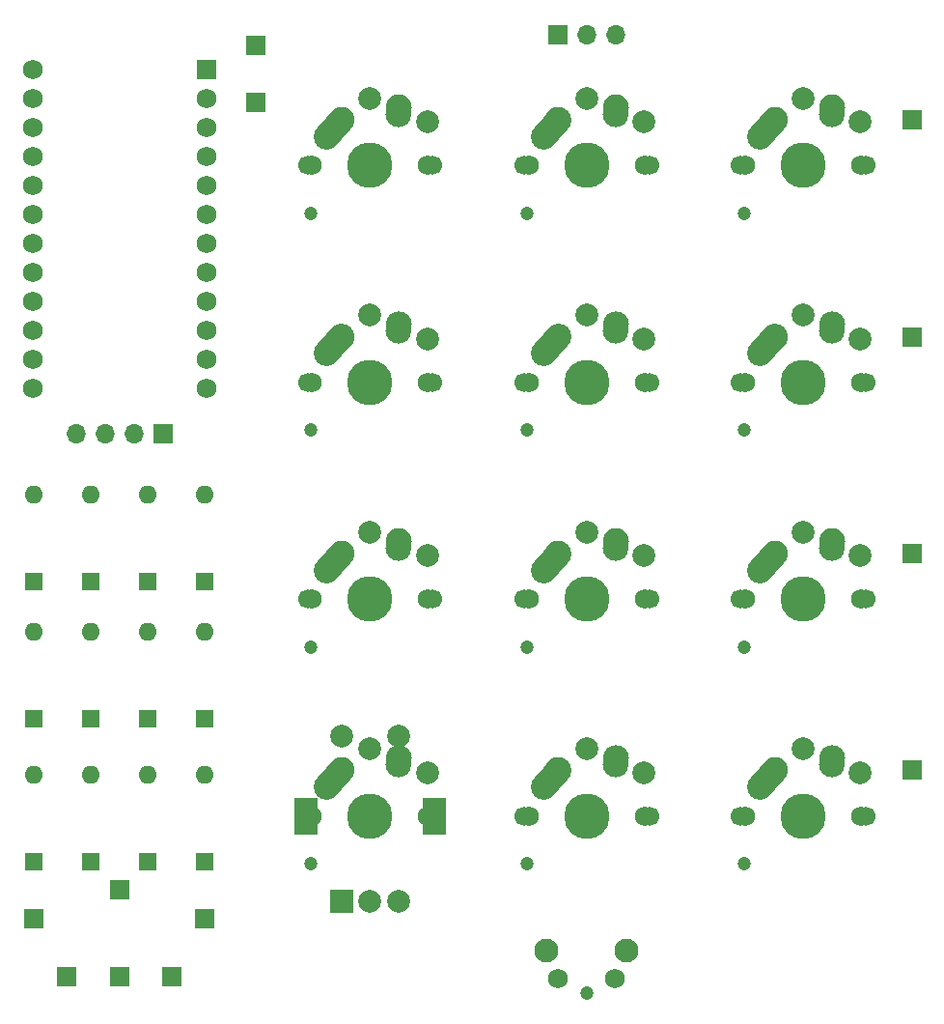
<source format=gbr>
%TF.GenerationSoftware,KiCad,Pcbnew,(6.0.10-0)*%
%TF.CreationDate,2023-01-20T12:37:15+00:00*%
%TF.ProjectId,fauxmac-plus,66617578-6d61-4632-9d70-6c75732e6b69,rev?*%
%TF.SameCoordinates,Original*%
%TF.FileFunction,Soldermask,Top*%
%TF.FilePolarity,Negative*%
%FSLAX46Y46*%
G04 Gerber Fmt 4.6, Leading zero omitted, Abs format (unit mm)*
G04 Created by KiCad (PCBNEW (6.0.10-0)) date 2023-01-20 12:37:15*
%MOMM*%
%LPD*%
G01*
G04 APERTURE LIST*
G04 Aperture macros list*
%AMHorizOval*
0 Thick line with rounded ends*
0 $1 width*
0 $2 $3 position (X,Y) of the first rounded end (center of the circle)*
0 $4 $5 position (X,Y) of the second rounded end (center of the circle)*
0 Add line between two ends*
20,1,$1,$2,$3,$4,$5,0*
0 Add two circle primitives to create the rounded ends*
1,1,$1,$2,$3*
1,1,$1,$4,$5*%
G04 Aperture macros list end*
%ADD10R,1.700000X1.700000*%
%ADD11R,1.600000X1.600000*%
%ADD12O,1.600000X1.600000*%
%ADD13R,2.000000X3.200000*%
%ADD14R,2.000000X2.000000*%
%ADD15C,2.000000*%
%ADD16C,1.700000*%
%ADD17C,1.750000*%
%ADD18C,3.987800*%
%ADD19C,1.200000*%
%ADD20C,2.250000*%
%ADD21HorizOval,2.250000X0.019771X0.290016X-0.019771X-0.290016X0*%
%ADD22HorizOval,2.250000X0.654995X0.730004X-0.654995X-0.730004X0*%
%ADD23O,1.700000X1.700000*%
%ADD24C,2.100000*%
%ADD25R,1.752600X1.752600*%
%ADD26C,1.752600*%
G04 APERTURE END LIST*
D10*
%TO.C,batt-*%
X149500000Y-35000000D03*
%TD*%
%TO.C,batt+*%
X149500000Y-30000000D03*
%TD*%
%TO.C,col0*%
X130000000Y-106500000D03*
%TD*%
%TO.C,col1*%
X137500000Y-104000000D03*
%TD*%
%TO.C,col2*%
X145000000Y-106500000D03*
%TD*%
D11*
%TO.C,D1*%
X130000000Y-77000000D03*
D12*
X130000000Y-69380000D03*
%TD*%
D11*
%TO.C,D3*%
X140000000Y-77000000D03*
D12*
X140000000Y-69380000D03*
%TD*%
D11*
%TO.C,D5*%
X130000000Y-89000000D03*
D12*
X130000000Y-81380000D03*
%TD*%
D11*
%TO.C,D6*%
X135000000Y-89000000D03*
D12*
X135000000Y-81380000D03*
%TD*%
D11*
%TO.C,D7*%
X140000000Y-89000000D03*
D12*
X140000000Y-81380000D03*
%TD*%
D11*
%TO.C,D8*%
X145000000Y-89000000D03*
D12*
X145000000Y-81380000D03*
%TD*%
D11*
%TO.C,D9*%
X130000000Y-101500000D03*
D12*
X130000000Y-93880000D03*
%TD*%
D11*
%TO.C,D10*%
X135000000Y-101500000D03*
D12*
X135000000Y-93880000D03*
%TD*%
D11*
%TO.C,D12*%
X145000000Y-101500000D03*
D12*
X145000000Y-93880000D03*
%TD*%
D13*
%TO.C,enc1*%
X153900000Y-97500000D03*
X165100000Y-97500000D03*
D14*
X157000000Y-105000000D03*
D15*
X162000000Y-105000000D03*
X159500000Y-105000000D03*
X162000000Y-90500000D03*
X157000000Y-90500000D03*
%TD*%
D16*
%TO.C,K1*%
X154000000Y-40500000D03*
D17*
X164580000Y-40500000D03*
D16*
X165000000Y-40500000D03*
D18*
X159500000Y-40500000D03*
D19*
X154280000Y-44700000D03*
D17*
X154420000Y-40500000D03*
D15*
X164500000Y-36700000D03*
D20*
X162040000Y-35420000D03*
D21*
X162019771Y-35709984D03*
D20*
X157000000Y-36500000D03*
D15*
X159500000Y-34600000D03*
D22*
X156344995Y-37229996D03*
%TD*%
D17*
%TO.C,K2*%
X183580000Y-40500000D03*
D16*
X173000000Y-40500000D03*
D18*
X178500000Y-40500000D03*
D19*
X173280000Y-44700000D03*
D17*
X173420000Y-40500000D03*
D16*
X184000000Y-40500000D03*
D21*
X181019771Y-35709984D03*
D15*
X183500000Y-36700000D03*
D20*
X181040000Y-35420000D03*
X176000000Y-36500000D03*
D15*
X178500000Y-34600000D03*
D22*
X175344995Y-37229996D03*
%TD*%
D19*
%TO.C,K3*%
X192280000Y-44700000D03*
D16*
X203000000Y-40500000D03*
D17*
X192420000Y-40500000D03*
D16*
X192000000Y-40500000D03*
D18*
X197500000Y-40500000D03*
D17*
X202580000Y-40500000D03*
D21*
X200019771Y-35709984D03*
D15*
X202500000Y-36700000D03*
D20*
X200040000Y-35420000D03*
D22*
X194344995Y-37229996D03*
D15*
X197500000Y-34600000D03*
D20*
X195000000Y-36500000D03*
%TD*%
D18*
%TO.C,K4*%
X159500000Y-59500000D03*
D17*
X164580000Y-59500000D03*
D16*
X154000000Y-59500000D03*
X165000000Y-59500000D03*
D17*
X154420000Y-59500000D03*
D19*
X154280000Y-63700000D03*
D20*
X162040000Y-54420000D03*
D15*
X164500000Y-55700000D03*
D21*
X162019771Y-54709984D03*
D20*
X157000000Y-55500000D03*
D15*
X159500000Y-53600000D03*
D22*
X156344995Y-56229996D03*
%TD*%
D17*
%TO.C,K5*%
X173420000Y-59500000D03*
D18*
X178500000Y-59500000D03*
D19*
X173280000Y-63700000D03*
D17*
X183580000Y-59500000D03*
D16*
X184000000Y-59500000D03*
X173000000Y-59500000D03*
D20*
X181040000Y-54420000D03*
D15*
X183500000Y-55700000D03*
D21*
X181019771Y-54709984D03*
D15*
X178500000Y-53600000D03*
D20*
X176000000Y-55500000D03*
D22*
X175344995Y-56229996D03*
%TD*%
D16*
%TO.C,K6*%
X203000000Y-59500000D03*
D19*
X192280000Y-63700000D03*
D17*
X192420000Y-59500000D03*
D16*
X192000000Y-59500000D03*
D17*
X202580000Y-59500000D03*
D18*
X197500000Y-59500000D03*
D15*
X202500000Y-55700000D03*
D21*
X200019771Y-54709984D03*
D20*
X200040000Y-54420000D03*
D22*
X194344995Y-56229996D03*
D20*
X195000000Y-55500000D03*
D15*
X197500000Y-53600000D03*
%TD*%
D17*
%TO.C,K7*%
X164580000Y-78500000D03*
D18*
X159500000Y-78500000D03*
D16*
X154000000Y-78500000D03*
D19*
X154280000Y-82700000D03*
D17*
X154420000Y-78500000D03*
D16*
X165000000Y-78500000D03*
D21*
X162019771Y-73709984D03*
D20*
X162040000Y-73420000D03*
D15*
X164500000Y-74700000D03*
D20*
X157000000Y-74500000D03*
D15*
X159500000Y-72600000D03*
D22*
X156344995Y-75229996D03*
%TD*%
D19*
%TO.C,K8*%
X173280000Y-82700000D03*
D16*
X173000000Y-78500000D03*
X184000000Y-78500000D03*
D17*
X183580000Y-78500000D03*
X173420000Y-78500000D03*
D18*
X178500000Y-78500000D03*
D21*
X181019771Y-73709984D03*
D15*
X183500000Y-74700000D03*
D20*
X181040000Y-73420000D03*
X176000000Y-74500000D03*
D15*
X178500000Y-72600000D03*
D22*
X175344995Y-75229996D03*
%TD*%
D17*
%TO.C,K9*%
X192420000Y-78500000D03*
D16*
X192000000Y-78500000D03*
D17*
X202580000Y-78500000D03*
D19*
X192280000Y-82700000D03*
D16*
X203000000Y-78500000D03*
D18*
X197500000Y-78500000D03*
D21*
X200019771Y-73709984D03*
D15*
X202500000Y-74700000D03*
D20*
X200040000Y-73420000D03*
D22*
X194344995Y-75229996D03*
D20*
X195000000Y-74500000D03*
D15*
X197500000Y-72600000D03*
%TD*%
D19*
%TO.C,K10*%
X154280000Y-101700000D03*
D16*
X165000000Y-97500000D03*
D17*
X164580000Y-97500000D03*
D16*
X154000000Y-97500000D03*
D18*
X159500000Y-97500000D03*
D17*
X154420000Y-97500000D03*
D15*
X164500000Y-93700000D03*
D20*
X162040000Y-92420000D03*
D21*
X162019771Y-92709984D03*
D22*
X156344995Y-94229996D03*
D15*
X159500000Y-91600000D03*
D20*
X157000000Y-93500000D03*
%TD*%
D18*
%TO.C,K11*%
X178500000Y-97500000D03*
D17*
X183580000Y-97500000D03*
X173420000Y-97500000D03*
D16*
X184000000Y-97500000D03*
D19*
X173280000Y-101700000D03*
D16*
X173000000Y-97500000D03*
D21*
X181019771Y-92709984D03*
D15*
X183500000Y-93700000D03*
D20*
X181040000Y-92420000D03*
X176000000Y-93500000D03*
D22*
X175344995Y-94229996D03*
D15*
X178500000Y-91600000D03*
%TD*%
D19*
%TO.C,K12*%
X192280000Y-101700000D03*
D17*
X202580000Y-97500000D03*
D16*
X192000000Y-97500000D03*
X203000000Y-97500000D03*
D18*
X197500000Y-97500000D03*
D17*
X192420000Y-97500000D03*
D15*
X202500000Y-93700000D03*
D20*
X200040000Y-92420000D03*
D21*
X200019771Y-92709984D03*
D20*
X195000000Y-93500000D03*
D22*
X194344995Y-94229996D03*
D15*
X197500000Y-91600000D03*
%TD*%
D10*
%TO.C,row0*%
X207000000Y-36500000D03*
%TD*%
%TO.C,row1*%
X207000000Y-55500000D03*
%TD*%
%TO.C,row2*%
X207000000Y-74500000D03*
%TD*%
%TO.C,row3*%
X207000000Y-93500000D03*
%TD*%
%TO.C,on/off*%
X176000000Y-29000000D03*
D23*
X178540000Y-29000000D03*
X181080000Y-29000000D03*
%TD*%
D19*
%TO.C,reset*%
X178500000Y-113000000D03*
D24*
X174990000Y-109300000D03*
X182000000Y-109300000D03*
D17*
X181000000Y-111790000D03*
X176000000Y-111790000D03*
%TD*%
D11*
%TO.C,D2*%
X135000000Y-77000000D03*
D12*
X135000000Y-69380000D03*
%TD*%
D11*
%TO.C,D4*%
X145000000Y-77000000D03*
D12*
X145000000Y-69380000D03*
%TD*%
D11*
%TO.C,D11*%
X140000000Y-101500000D03*
D12*
X140000000Y-93880000D03*
%TD*%
D10*
%TO.C,vcc*%
X132900000Y-111600000D03*
%TD*%
%TO.C,dout*%
X137500000Y-111600000D03*
%TD*%
D23*
%TO.C,oled*%
X133680000Y-64000000D03*
X136220000Y-64000000D03*
X138760000Y-64000000D03*
D10*
X141300000Y-64000000D03*
%TD*%
%TO.C,gnd*%
X142100000Y-111600000D03*
%TD*%
D25*
%TO.C,U1*%
X145120000Y-32054000D03*
D26*
X145120000Y-34594000D03*
X145120000Y-37134000D03*
X145120000Y-39674000D03*
X145120000Y-42214000D03*
X145120000Y-44754000D03*
X145120000Y-47294000D03*
X145120000Y-49834000D03*
X145120000Y-52374000D03*
X145120000Y-54914000D03*
X145120000Y-57454000D03*
X145120000Y-59994000D03*
X129880000Y-32054000D03*
X129880000Y-34594000D03*
X129880000Y-37134000D03*
X129880000Y-39674000D03*
X129880000Y-42214000D03*
X129880000Y-44754000D03*
X129880000Y-47294000D03*
X129880000Y-49834000D03*
X129880000Y-52374000D03*
X129880000Y-54914000D03*
X129880000Y-57454000D03*
X129880000Y-59994000D03*
%TD*%
M02*

</source>
